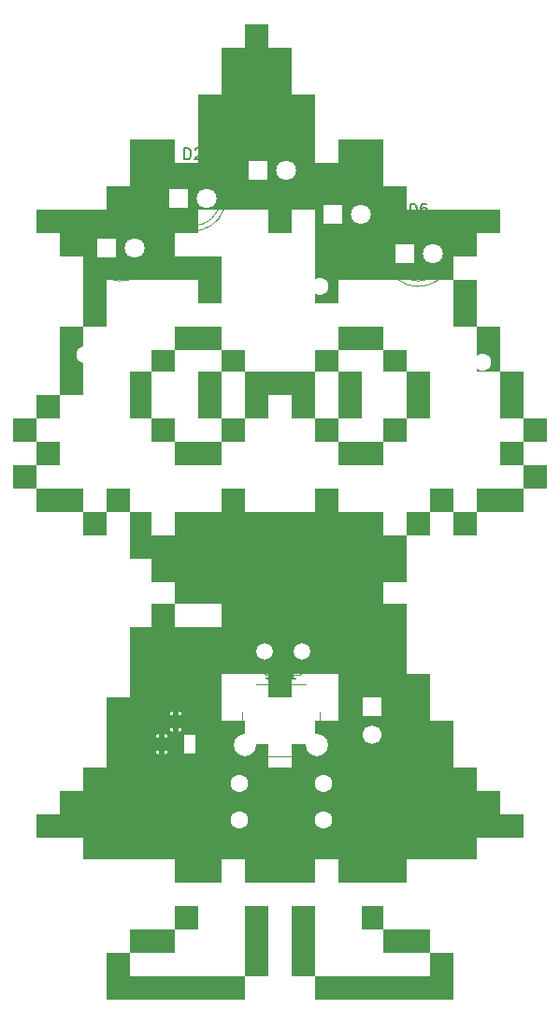
<source format=gto>
G04 #@! TF.GenerationSoftware,KiCad,Pcbnew,9.0.2*
G04 #@! TF.CreationDate,2025-06-14T15:29:11+03:00*
G04 #@! TF.ProjectId,glowsei,676c6f77-7365-4692-9e6b-696361645f70,rev?*
G04 #@! TF.SameCoordinates,Original*
G04 #@! TF.FileFunction,Legend,Top*
G04 #@! TF.FilePolarity,Positive*
%FSLAX46Y46*%
G04 Gerber Fmt 4.6, Leading zero omitted, Abs format (unit mm)*
G04 Created by KiCad (PCBNEW 9.0.2) date 2025-06-14 15:29:11*
%MOMM*%
%LPD*%
G01*
G04 APERTURE LIST*
G04 Aperture macros list*
%AMRoundRect*
0 Rectangle with rounded corners*
0 $1 Rounding radius*
0 $2 $3 $4 $5 $6 $7 $8 $9 X,Y pos of 4 corners*
0 Add a 4 corners polygon primitive as box body*
4,1,4,$2,$3,$4,$5,$6,$7,$8,$9,$2,$3,0*
0 Add four circle primitives for the rounded corners*
1,1,$1+$1,$2,$3*
1,1,$1+$1,$4,$5*
1,1,$1+$1,$6,$7*
1,1,$1+$1,$8,$9*
0 Add four rect primitives between the rounded corners*
20,1,$1+$1,$2,$3,$4,$5,0*
20,1,$1+$1,$4,$5,$6,$7,0*
20,1,$1+$1,$6,$7,$8,$9,0*
20,1,$1+$1,$8,$9,$2,$3,0*%
G04 Aperture macros list end*
%ADD10C,0.150000*%
%ADD11C,0.120000*%
%ADD12C,0.000000*%
%ADD13R,1.800000X1.800000*%
%ADD14C,1.800000*%
%ADD15C,2.000000*%
%ADD16C,1.500000*%
%ADD17C,1.600000*%
%ADD18R,1.100000X1.800000*%
%ADD19RoundRect,0.275000X0.275000X0.625000X-0.275000X0.625000X-0.275000X-0.625000X0.275000X-0.625000X0*%
%ADD20R,1.700000X1.700000*%
%ADD21C,1.700000*%
G04 APERTURE END LIST*
D10*
X151256905Y-61994819D02*
X151256905Y-60994819D01*
X151256905Y-60994819D02*
X151495000Y-60994819D01*
X151495000Y-60994819D02*
X151637857Y-61042438D01*
X151637857Y-61042438D02*
X151733095Y-61137676D01*
X151733095Y-61137676D02*
X151780714Y-61232914D01*
X151780714Y-61232914D02*
X151828333Y-61423390D01*
X151828333Y-61423390D02*
X151828333Y-61566247D01*
X151828333Y-61566247D02*
X151780714Y-61756723D01*
X151780714Y-61756723D02*
X151733095Y-61851961D01*
X151733095Y-61851961D02*
X151637857Y-61947200D01*
X151637857Y-61947200D02*
X151495000Y-61994819D01*
X151495000Y-61994819D02*
X151256905Y-61994819D01*
X152161667Y-60994819D02*
X152780714Y-60994819D01*
X152780714Y-60994819D02*
X152447381Y-61375771D01*
X152447381Y-61375771D02*
X152590238Y-61375771D01*
X152590238Y-61375771D02*
X152685476Y-61423390D01*
X152685476Y-61423390D02*
X152733095Y-61471009D01*
X152733095Y-61471009D02*
X152780714Y-61566247D01*
X152780714Y-61566247D02*
X152780714Y-61804342D01*
X152780714Y-61804342D02*
X152733095Y-61899580D01*
X152733095Y-61899580D02*
X152685476Y-61947200D01*
X152685476Y-61947200D02*
X152590238Y-61994819D01*
X152590238Y-61994819D02*
X152304524Y-61994819D01*
X152304524Y-61994819D02*
X152209286Y-61947200D01*
X152209286Y-61947200D02*
X152161667Y-61899580D01*
X151416667Y-111407200D02*
X151559524Y-111454819D01*
X151559524Y-111454819D02*
X151797619Y-111454819D01*
X151797619Y-111454819D02*
X151892857Y-111407200D01*
X151892857Y-111407200D02*
X151940476Y-111359580D01*
X151940476Y-111359580D02*
X151988095Y-111264342D01*
X151988095Y-111264342D02*
X151988095Y-111169104D01*
X151988095Y-111169104D02*
X151940476Y-111073866D01*
X151940476Y-111073866D02*
X151892857Y-111026247D01*
X151892857Y-111026247D02*
X151797619Y-110978628D01*
X151797619Y-110978628D02*
X151607143Y-110931009D01*
X151607143Y-110931009D02*
X151511905Y-110883390D01*
X151511905Y-110883390D02*
X151464286Y-110835771D01*
X151464286Y-110835771D02*
X151416667Y-110740533D01*
X151416667Y-110740533D02*
X151416667Y-110645295D01*
X151416667Y-110645295D02*
X151464286Y-110550057D01*
X151464286Y-110550057D02*
X151511905Y-110502438D01*
X151511905Y-110502438D02*
X151607143Y-110454819D01*
X151607143Y-110454819D02*
X151845238Y-110454819D01*
X151845238Y-110454819D02*
X151988095Y-110502438D01*
X152321429Y-110454819D02*
X152559524Y-111454819D01*
X152559524Y-111454819D02*
X152750000Y-110740533D01*
X152750000Y-110740533D02*
X152940476Y-111454819D01*
X152940476Y-111454819D02*
X153178572Y-110454819D01*
X154083333Y-111454819D02*
X153511905Y-111454819D01*
X153797619Y-111454819D02*
X153797619Y-110454819D01*
X153797619Y-110454819D02*
X153702381Y-110597676D01*
X153702381Y-110597676D02*
X153607143Y-110692914D01*
X153607143Y-110692914D02*
X153511905Y-110740533D01*
X144031905Y-64494819D02*
X144031905Y-63494819D01*
X144031905Y-63494819D02*
X144270000Y-63494819D01*
X144270000Y-63494819D02*
X144412857Y-63542438D01*
X144412857Y-63542438D02*
X144508095Y-63637676D01*
X144508095Y-63637676D02*
X144555714Y-63732914D01*
X144555714Y-63732914D02*
X144603333Y-63923390D01*
X144603333Y-63923390D02*
X144603333Y-64066247D01*
X144603333Y-64066247D02*
X144555714Y-64256723D01*
X144555714Y-64256723D02*
X144508095Y-64351961D01*
X144508095Y-64351961D02*
X144412857Y-64447200D01*
X144412857Y-64447200D02*
X144270000Y-64494819D01*
X144270000Y-64494819D02*
X144031905Y-64494819D01*
X144984286Y-63590057D02*
X145031905Y-63542438D01*
X145031905Y-63542438D02*
X145127143Y-63494819D01*
X145127143Y-63494819D02*
X145365238Y-63494819D01*
X145365238Y-63494819D02*
X145460476Y-63542438D01*
X145460476Y-63542438D02*
X145508095Y-63590057D01*
X145508095Y-63590057D02*
X145555714Y-63685295D01*
X145555714Y-63685295D02*
X145555714Y-63780533D01*
X145555714Y-63780533D02*
X145508095Y-63923390D01*
X145508095Y-63923390D02*
X144936667Y-64494819D01*
X144936667Y-64494819D02*
X145555714Y-64494819D01*
X152833333Y-106554819D02*
X152500000Y-106078628D01*
X152261905Y-106554819D02*
X152261905Y-105554819D01*
X152261905Y-105554819D02*
X152642857Y-105554819D01*
X152642857Y-105554819D02*
X152738095Y-105602438D01*
X152738095Y-105602438D02*
X152785714Y-105650057D01*
X152785714Y-105650057D02*
X152833333Y-105745295D01*
X152833333Y-105745295D02*
X152833333Y-105888152D01*
X152833333Y-105888152D02*
X152785714Y-105983390D01*
X152785714Y-105983390D02*
X152738095Y-106031009D01*
X152738095Y-106031009D02*
X152642857Y-106078628D01*
X152642857Y-106078628D02*
X152261905Y-106078628D01*
X153214286Y-105650057D02*
X153261905Y-105602438D01*
X153261905Y-105602438D02*
X153357143Y-105554819D01*
X153357143Y-105554819D02*
X153595238Y-105554819D01*
X153595238Y-105554819D02*
X153690476Y-105602438D01*
X153690476Y-105602438D02*
X153738095Y-105650057D01*
X153738095Y-105650057D02*
X153785714Y-105745295D01*
X153785714Y-105745295D02*
X153785714Y-105840533D01*
X153785714Y-105840533D02*
X153738095Y-105983390D01*
X153738095Y-105983390D02*
X153166667Y-106554819D01*
X153166667Y-106554819D02*
X153785714Y-106554819D01*
X164491905Y-69494819D02*
X164491905Y-68494819D01*
X164491905Y-68494819D02*
X164730000Y-68494819D01*
X164730000Y-68494819D02*
X164872857Y-68542438D01*
X164872857Y-68542438D02*
X164968095Y-68637676D01*
X164968095Y-68637676D02*
X165015714Y-68732914D01*
X165015714Y-68732914D02*
X165063333Y-68923390D01*
X165063333Y-68923390D02*
X165063333Y-69066247D01*
X165063333Y-69066247D02*
X165015714Y-69256723D01*
X165015714Y-69256723D02*
X164968095Y-69351961D01*
X164968095Y-69351961D02*
X164872857Y-69447200D01*
X164872857Y-69447200D02*
X164730000Y-69494819D01*
X164730000Y-69494819D02*
X164491905Y-69494819D01*
X165968095Y-68494819D02*
X165491905Y-68494819D01*
X165491905Y-68494819D02*
X165444286Y-68971009D01*
X165444286Y-68971009D02*
X165491905Y-68923390D01*
X165491905Y-68923390D02*
X165587143Y-68875771D01*
X165587143Y-68875771D02*
X165825238Y-68875771D01*
X165825238Y-68875771D02*
X165920476Y-68923390D01*
X165920476Y-68923390D02*
X165968095Y-68971009D01*
X165968095Y-68971009D02*
X166015714Y-69066247D01*
X166015714Y-69066247D02*
X166015714Y-69304342D01*
X166015714Y-69304342D02*
X165968095Y-69399580D01*
X165968095Y-69399580D02*
X165920476Y-69447200D01*
X165920476Y-69447200D02*
X165825238Y-69494819D01*
X165825238Y-69494819D02*
X165587143Y-69494819D01*
X165587143Y-69494819D02*
X165491905Y-69447200D01*
X165491905Y-69447200D02*
X165444286Y-69399580D01*
X137531905Y-68994819D02*
X137531905Y-67994819D01*
X137531905Y-67994819D02*
X137770000Y-67994819D01*
X137770000Y-67994819D02*
X137912857Y-68042438D01*
X137912857Y-68042438D02*
X138008095Y-68137676D01*
X138008095Y-68137676D02*
X138055714Y-68232914D01*
X138055714Y-68232914D02*
X138103333Y-68423390D01*
X138103333Y-68423390D02*
X138103333Y-68566247D01*
X138103333Y-68566247D02*
X138055714Y-68756723D01*
X138055714Y-68756723D02*
X138008095Y-68851961D01*
X138008095Y-68851961D02*
X137912857Y-68947200D01*
X137912857Y-68947200D02*
X137770000Y-68994819D01*
X137770000Y-68994819D02*
X137531905Y-68994819D01*
X139055714Y-68994819D02*
X138484286Y-68994819D01*
X138770000Y-68994819D02*
X138770000Y-67994819D01*
X138770000Y-67994819D02*
X138674762Y-68137676D01*
X138674762Y-68137676D02*
X138579524Y-68232914D01*
X138579524Y-68232914D02*
X138484286Y-68280533D01*
X158031905Y-65994819D02*
X158031905Y-64994819D01*
X158031905Y-64994819D02*
X158270000Y-64994819D01*
X158270000Y-64994819D02*
X158412857Y-65042438D01*
X158412857Y-65042438D02*
X158508095Y-65137676D01*
X158508095Y-65137676D02*
X158555714Y-65232914D01*
X158555714Y-65232914D02*
X158603333Y-65423390D01*
X158603333Y-65423390D02*
X158603333Y-65566247D01*
X158603333Y-65566247D02*
X158555714Y-65756723D01*
X158555714Y-65756723D02*
X158508095Y-65851961D01*
X158508095Y-65851961D02*
X158412857Y-65947200D01*
X158412857Y-65947200D02*
X158270000Y-65994819D01*
X158270000Y-65994819D02*
X158031905Y-65994819D01*
X159460476Y-65328152D02*
X159460476Y-65994819D01*
X159222381Y-64947200D02*
X158984286Y-65661485D01*
X158984286Y-65661485D02*
X159603333Y-65661485D01*
D11*
G04 #@! TO.C,D3*
X149435000Y-63955000D02*
X149435000Y-67045000D01*
X149435000Y-63955170D02*
G75*
G02*
X154985000Y-65500000I2560000J-1544830D01*
G01*
X154985000Y-65500000D02*
G75*
G02*
X149435000Y-67044830I-2990000J0D01*
G01*
X154495000Y-65500000D02*
G75*
G02*
X149495000Y-65500000I-2500000J0D01*
G01*
X149495000Y-65500000D02*
G75*
G02*
X154495000Y-65500000I2500000J0D01*
G01*
G04 #@! TO.C,SW1*
X149250000Y-114500000D02*
X149250000Y-116000000D01*
X150500000Y-118500000D02*
X155000000Y-118500000D01*
X155000000Y-112000000D02*
X150500000Y-112000000D01*
X156250000Y-116000000D02*
X156250000Y-114500000D01*
D12*
G04 #@! TO.C,G\u002A\u002A\u002A*
G36*
X147408333Y-85816667D02*
G01*
X147408333Y-87933334D01*
X146350000Y-87933334D01*
X145291667Y-87933334D01*
X145291667Y-85816667D01*
X145291667Y-83700000D01*
X146350000Y-83700000D01*
X147408333Y-83700000D01*
X147408333Y-85816667D01*
G37*
G36*
X160108333Y-85816667D02*
G01*
X160108333Y-87933334D01*
X159050000Y-87933334D01*
X157991667Y-87933334D01*
X157991667Y-85816667D01*
X157991667Y-83700000D01*
X159050000Y-83700000D01*
X160108333Y-83700000D01*
X160108333Y-85816667D01*
G37*
G36*
X162048611Y-133088889D02*
G01*
X162048611Y-134147223D01*
X161078472Y-134147223D01*
X160108333Y-134147223D01*
X160108333Y-133088889D01*
X160108333Y-132030556D01*
X161078472Y-132030556D01*
X162048611Y-132030556D01*
X162048611Y-133088889D01*
G37*
G36*
X164165278Y-82729861D02*
G01*
X164165278Y-83700000D01*
X163106944Y-83700000D01*
X162048611Y-83700000D01*
X162048611Y-82729861D01*
X162048611Y-81759723D01*
X163106944Y-81759723D01*
X164165278Y-81759723D01*
X164165278Y-82729861D01*
G37*
G36*
X166281944Y-135205556D02*
G01*
X166281944Y-136263889D01*
X164165278Y-136263889D01*
X162048611Y-136263889D01*
X162048611Y-135205556D01*
X162048611Y-134147223D01*
X164165278Y-134147223D01*
X166281944Y-134147223D01*
X166281944Y-135205556D01*
G37*
G36*
X170515278Y-77526389D02*
G01*
X170515278Y-79643056D01*
X169456944Y-79643056D01*
X168398611Y-79643056D01*
X168398611Y-77526389D01*
X168398611Y-75409723D01*
X169456944Y-75409723D01*
X170515278Y-75409723D01*
X170515278Y-77526389D01*
G37*
G36*
X172631944Y-81671528D02*
G01*
X172631944Y-83700000D01*
X171573611Y-83700000D01*
X170515278Y-83700000D01*
X170515278Y-81671528D01*
X170515278Y-79643056D01*
X171573611Y-79643056D01*
X172631944Y-79643056D01*
X172631944Y-81671528D01*
G37*
G36*
X174748611Y-85816667D02*
G01*
X174748611Y-87933334D01*
X173690278Y-87933334D01*
X172631944Y-87933334D01*
X172631944Y-85816667D01*
X172631944Y-83700000D01*
X173690278Y-83700000D01*
X174748611Y-83700000D01*
X174748611Y-85816667D01*
G37*
G36*
X132768056Y-91108334D02*
G01*
X132768056Y-92166667D01*
X131709722Y-92166667D01*
X130651389Y-92166667D01*
X130651389Y-93225000D01*
X130651389Y-94283334D01*
X129593056Y-94283334D01*
X128534722Y-94283334D01*
X128534722Y-93225000D01*
X128534722Y-92166667D01*
X129593056Y-92166667D01*
X130651389Y-92166667D01*
X130651389Y-91108334D01*
X130651389Y-90050000D01*
X131709722Y-90050000D01*
X132768056Y-90050000D01*
X132768056Y-91108334D01*
G37*
G36*
X176865278Y-88991667D02*
G01*
X176865278Y-90050000D01*
X175806945Y-90050000D01*
X174748611Y-90050000D01*
X174748611Y-91108334D01*
X174748611Y-92166667D01*
X173690278Y-92166667D01*
X172631944Y-92166667D01*
X172631944Y-91108334D01*
X172631944Y-90050000D01*
X173690278Y-90050000D01*
X174748611Y-90050000D01*
X174748611Y-88991667D01*
X174748611Y-87933334D01*
X175806945Y-87933334D01*
X176865278Y-87933334D01*
X176865278Y-88991667D01*
G37*
G36*
X155875000Y-135205556D02*
G01*
X155875000Y-138380556D01*
X161078472Y-138380556D01*
X166281944Y-138380556D01*
X166281944Y-137322223D01*
X166281944Y-136263889D01*
X167340278Y-136263889D01*
X168398611Y-136263889D01*
X168398611Y-138380556D01*
X168398611Y-140497223D01*
X162136806Y-140497223D01*
X155875000Y-140497223D01*
X155875000Y-139438889D01*
X155875000Y-138380556D01*
X154816667Y-138380556D01*
X153758333Y-138380556D01*
X153758333Y-135205556D01*
X153758333Y-132030556D01*
X154816667Y-132030556D01*
X155875000Y-132030556D01*
X155875000Y-135205556D01*
G37*
G36*
X134884722Y-95341667D02*
G01*
X134884722Y-96400000D01*
X135943056Y-96400000D01*
X137001389Y-96400000D01*
X137001389Y-95341667D01*
X137001389Y-94283334D01*
X138059722Y-94283334D01*
X139118056Y-94283334D01*
X139118056Y-95341667D01*
X139118056Y-96400000D01*
X138059722Y-96400000D01*
X137001389Y-96400000D01*
X137001389Y-97458334D01*
X137001389Y-98516667D01*
X135943056Y-98516667D01*
X134884722Y-98516667D01*
X134884722Y-97458334D01*
X134884722Y-96400000D01*
X132768056Y-96400000D01*
X130651389Y-96400000D01*
X130651389Y-95341667D01*
X130651389Y-94283334D01*
X132768056Y-94283334D01*
X134884722Y-94283334D01*
X134884722Y-95341667D01*
G37*
G36*
X147408333Y-80701389D02*
G01*
X147408333Y-81759723D01*
X145291667Y-81759723D01*
X143175000Y-81759723D01*
X143175000Y-82729861D01*
X143175000Y-83700000D01*
X142116667Y-83700000D01*
X141058333Y-83700000D01*
X141058333Y-85816667D01*
X141058333Y-87933334D01*
X140088194Y-87933334D01*
X139118056Y-87933334D01*
X139118056Y-85816667D01*
X139118056Y-83700000D01*
X140088194Y-83700000D01*
X141058333Y-83700000D01*
X141058333Y-82729861D01*
X141058333Y-81759723D01*
X142116667Y-81759723D01*
X143175000Y-81759723D01*
X143175000Y-80701389D01*
X143175000Y-79643056D01*
X145291667Y-79643056D01*
X147408333Y-79643056D01*
X147408333Y-80701389D01*
G37*
G36*
X166281944Y-85816667D02*
G01*
X166281944Y-87933334D01*
X165223611Y-87933334D01*
X164165278Y-87933334D01*
X164165278Y-88991667D01*
X164165278Y-90050000D01*
X163106944Y-90050000D01*
X162048611Y-90050000D01*
X162048611Y-91108334D01*
X162048611Y-92166667D01*
X160020139Y-92166667D01*
X157991667Y-92166667D01*
X157991667Y-91108334D01*
X157991667Y-90050000D01*
X156933333Y-90050000D01*
X155875000Y-90050000D01*
X155875000Y-88991667D01*
X155875000Y-87933334D01*
X156933333Y-87933334D01*
X157991667Y-87933334D01*
X157991667Y-88991667D01*
X157991667Y-90050000D01*
X160020139Y-90050000D01*
X162048611Y-90050000D01*
X162048611Y-88991667D01*
X162048611Y-87933334D01*
X163106944Y-87933334D01*
X164165278Y-87933334D01*
X164165278Y-85816667D01*
X164165278Y-83700000D01*
X165223611Y-83700000D01*
X166281944Y-83700000D01*
X166281944Y-85816667D01*
G37*
G36*
X145291667Y-133088889D02*
G01*
X145291667Y-134147223D01*
X144233333Y-134147223D01*
X143175000Y-134147223D01*
X143175000Y-135205556D01*
X143175000Y-136263889D01*
X141146528Y-136263889D01*
X139118056Y-136263889D01*
X139118056Y-137322223D01*
X139118056Y-138380556D01*
X144321528Y-138380556D01*
X149525000Y-138380556D01*
X149525000Y-135205556D01*
X149525000Y-132030556D01*
X150583333Y-132030556D01*
X151641667Y-132030556D01*
X151641667Y-135205556D01*
X151641667Y-138380556D01*
X150583333Y-138380556D01*
X149525000Y-138380556D01*
X149525000Y-139438889D01*
X149525000Y-140497223D01*
X143263195Y-140497223D01*
X137001389Y-140497223D01*
X137001389Y-138380556D01*
X137001389Y-136263889D01*
X138059722Y-136263889D01*
X139118056Y-136263889D01*
X139118056Y-135205556D01*
X139118056Y-134147223D01*
X141146528Y-134147223D01*
X143175000Y-134147223D01*
X143175000Y-133088889D01*
X143175000Y-132030556D01*
X144233333Y-132030556D01*
X145291667Y-132030556D01*
X145291667Y-133088889D01*
G37*
G36*
X162048611Y-80701389D02*
G01*
X162048611Y-81759723D01*
X160020139Y-81759723D01*
X157991667Y-81759723D01*
X157991667Y-82729861D01*
X157991667Y-83700000D01*
X156933333Y-83700000D01*
X155875000Y-83700000D01*
X155875000Y-85816667D01*
X155875000Y-87933334D01*
X154816667Y-87933334D01*
X153758333Y-87933334D01*
X153758333Y-86875000D01*
X153758333Y-85816667D01*
X152700000Y-85816667D01*
X151641667Y-85816667D01*
X151641667Y-86875000D01*
X151641667Y-87933334D01*
X150583333Y-87933334D01*
X149525000Y-87933334D01*
X149525000Y-88991667D01*
X149525000Y-90050000D01*
X148466667Y-90050000D01*
X147408333Y-90050000D01*
X147408333Y-91108334D01*
X147408333Y-92166667D01*
X145291667Y-92166667D01*
X143175000Y-92166667D01*
X143175000Y-91108334D01*
X143175000Y-90050000D01*
X142116667Y-90050000D01*
X141058333Y-90050000D01*
X141058333Y-88991667D01*
X141058333Y-87933334D01*
X142116667Y-87933334D01*
X143175000Y-87933334D01*
X143175000Y-88991667D01*
X143175000Y-90050000D01*
X145291667Y-90050000D01*
X147408333Y-90050000D01*
X147408333Y-88991667D01*
X147408333Y-87933334D01*
X148466667Y-87933334D01*
X149525000Y-87933334D01*
X149525000Y-85816667D01*
X149525000Y-83700000D01*
X148466667Y-83700000D01*
X147408333Y-83700000D01*
X147408333Y-82729861D01*
X147408333Y-81759723D01*
X148466667Y-81759723D01*
X149525000Y-81759723D01*
X149525000Y-82729861D01*
X149525000Y-83700000D01*
X152700000Y-83700000D01*
X155875000Y-83700000D01*
X155875000Y-82729861D01*
X155875000Y-81759723D01*
X156933333Y-81759723D01*
X157991667Y-81759723D01*
X157991667Y-80701389D01*
X157991667Y-79643056D01*
X160020139Y-79643056D01*
X162048611Y-79643056D01*
X162048611Y-80701389D01*
G37*
G36*
X151641667Y-53361112D02*
G01*
X151641667Y-54419445D01*
X152700000Y-54419445D01*
X153758333Y-54419445D01*
X153758333Y-56536112D01*
X153758333Y-58652778D01*
X154816667Y-58652778D01*
X155875000Y-58652778D01*
X155875000Y-61739584D01*
X155875000Y-64826389D01*
X156933333Y-64826389D01*
X157991667Y-64826389D01*
X157991667Y-63768056D01*
X157991667Y-62709723D01*
X160020139Y-62709723D01*
X162048611Y-62709723D01*
X162048611Y-64826389D01*
X162048611Y-66943056D01*
X163106944Y-66943056D01*
X164165278Y-66943056D01*
X164165278Y-68001389D01*
X164165278Y-69059723D01*
X168398611Y-69059723D01*
X172631944Y-69059723D01*
X172631944Y-70118056D01*
X172631944Y-71176389D01*
X171573611Y-71176389D01*
X170515278Y-71176389D01*
X170515278Y-72234723D01*
X170515278Y-73293056D01*
X169456944Y-73293056D01*
X168398611Y-73293056D01*
X168398611Y-74351389D01*
X168398611Y-75409723D01*
X163195139Y-75409723D01*
X157991667Y-75409723D01*
X157991667Y-76468056D01*
X157991667Y-77526389D01*
X156933333Y-77526389D01*
X155875000Y-77526389D01*
X155875000Y-73293056D01*
X155875000Y-69059723D01*
X154816667Y-69059723D01*
X153758333Y-69059723D01*
X153758333Y-70118056D01*
X153758333Y-71176389D01*
X152700000Y-71176389D01*
X151641667Y-71176389D01*
X151641667Y-70118056D01*
X151641667Y-69059723D01*
X148466667Y-69059723D01*
X145291667Y-69059723D01*
X145291667Y-70118056D01*
X145291667Y-71176389D01*
X144233333Y-71176389D01*
X143175000Y-71176389D01*
X143175000Y-72234723D01*
X143175000Y-73293056D01*
X145291667Y-73293056D01*
X147408333Y-73293056D01*
X147408333Y-75409723D01*
X147408333Y-77526389D01*
X146350000Y-77526389D01*
X145291667Y-77526389D01*
X145291667Y-76468056D01*
X145291667Y-75409723D01*
X141146528Y-75409723D01*
X137001389Y-75409723D01*
X137001389Y-77526389D01*
X137001389Y-79643056D01*
X135943056Y-79643056D01*
X134884722Y-79643056D01*
X134884722Y-82729861D01*
X134884722Y-85816667D01*
X133826389Y-85816667D01*
X132768056Y-85816667D01*
X132768056Y-86875000D01*
X132768056Y-87933334D01*
X131709722Y-87933334D01*
X130651389Y-87933334D01*
X130651389Y-88991667D01*
X130651389Y-90050000D01*
X129593056Y-90050000D01*
X128534722Y-90050000D01*
X128534722Y-88991667D01*
X128534722Y-87933334D01*
X129593056Y-87933334D01*
X130651389Y-87933334D01*
X130651389Y-86875000D01*
X130651389Y-85816667D01*
X131709722Y-85816667D01*
X132768056Y-85816667D01*
X132768056Y-82729861D01*
X132768056Y-79643056D01*
X133826389Y-79643056D01*
X134884722Y-79643056D01*
X134884722Y-76468056D01*
X134884722Y-73293056D01*
X133826389Y-73293056D01*
X132768056Y-73293056D01*
X132768056Y-72234723D01*
X132768056Y-71176389D01*
X131709722Y-71176389D01*
X130651389Y-71176389D01*
X130651389Y-70118056D01*
X130651389Y-69059723D01*
X133826389Y-69059723D01*
X137001389Y-69059723D01*
X137001389Y-68001389D01*
X137001389Y-66943056D01*
X138059722Y-66943056D01*
X139118056Y-66943056D01*
X139118056Y-64826389D01*
X139118056Y-62709723D01*
X141146528Y-62709723D01*
X143175000Y-62709723D01*
X143175000Y-63768056D01*
X143175000Y-64826389D01*
X144233333Y-64826389D01*
X145291667Y-64826389D01*
X145291667Y-61739584D01*
X145291667Y-58652778D01*
X146350000Y-58652778D01*
X147408333Y-58652778D01*
X147408333Y-56536112D01*
X147408333Y-54419445D01*
X148466667Y-54419445D01*
X149525000Y-54419445D01*
X149525000Y-53361112D01*
X149525000Y-52302778D01*
X150583333Y-52302778D01*
X151641667Y-52302778D01*
X151641667Y-53361112D01*
G37*
G36*
X176865278Y-93225000D02*
G01*
X176865278Y-94283334D01*
X175806945Y-94283334D01*
X174748611Y-94283334D01*
X174748611Y-95341667D01*
X174748611Y-96400000D01*
X172631944Y-96400000D01*
X170515278Y-96400000D01*
X170515278Y-97458334D01*
X170515278Y-98516667D01*
X169456944Y-98516667D01*
X168398611Y-98516667D01*
X168398611Y-97458334D01*
X168398611Y-96400000D01*
X167340278Y-96400000D01*
X166281944Y-96400000D01*
X166281944Y-97458334D01*
X166281944Y-98516667D01*
X165223611Y-98516667D01*
X164165278Y-98516667D01*
X164165278Y-100633334D01*
X164165278Y-102750000D01*
X163106944Y-102750000D01*
X162048611Y-102750000D01*
X162048611Y-103720139D01*
X162048611Y-104690278D01*
X163106944Y-104690278D01*
X164165278Y-104690278D01*
X164165278Y-107865278D01*
X164165278Y-111040278D01*
X165223611Y-111040278D01*
X166281944Y-111040278D01*
X166281944Y-113156945D01*
X166281944Y-115273611D01*
X167340278Y-115273611D01*
X168398611Y-115273611D01*
X168398611Y-117390278D01*
X168398611Y-119506945D01*
X169456944Y-119506945D01*
X170515278Y-119506945D01*
X170515278Y-120565278D01*
X170515278Y-121623612D01*
X171573611Y-121623612D01*
X172631944Y-121623612D01*
X172631944Y-122681945D01*
X172631944Y-123740278D01*
X173690278Y-123740278D01*
X174748611Y-123740278D01*
X174748611Y-124798612D01*
X174748611Y-125856945D01*
X172631944Y-125856945D01*
X170515278Y-125856945D01*
X170515278Y-126827084D01*
X170515278Y-127797223D01*
X167340278Y-127797223D01*
X164165278Y-127797223D01*
X164165278Y-128855556D01*
X164165278Y-129913889D01*
X161078472Y-129913889D01*
X157991667Y-129913889D01*
X157991667Y-128855556D01*
X157991667Y-127797223D01*
X156933333Y-127797223D01*
X155875000Y-127797223D01*
X155875000Y-128855556D01*
X155875000Y-129913889D01*
X152700000Y-129913889D01*
X149525000Y-129913889D01*
X149525000Y-128855556D01*
X149525000Y-127797223D01*
X148466667Y-127797223D01*
X147408333Y-127797223D01*
X147408333Y-128855556D01*
X147408333Y-129913889D01*
X145291667Y-129913889D01*
X143175000Y-129913889D01*
X143175000Y-128855556D01*
X143175000Y-127797223D01*
X139029861Y-127797223D01*
X134884722Y-127797223D01*
X134884722Y-126827084D01*
X134884722Y-125856945D01*
X132768056Y-125856945D01*
X130651389Y-125856945D01*
X130651389Y-124798612D01*
X130651389Y-123740278D01*
X131709722Y-123740278D01*
X132768056Y-123740278D01*
X132768056Y-122681945D01*
X132768056Y-121623612D01*
X133826389Y-121623612D01*
X134884722Y-121623612D01*
X134884722Y-120565278D01*
X134884722Y-119506945D01*
X135943056Y-119506945D01*
X137001389Y-119506945D01*
X137001389Y-116331945D01*
X137001389Y-115273611D01*
X147408333Y-115273611D01*
X148466667Y-115273611D01*
X149525000Y-115273611D01*
X149525000Y-116331945D01*
X149525000Y-117390278D01*
X150583333Y-117390278D01*
X151641667Y-117390278D01*
X151641667Y-118448612D01*
X151641667Y-119506945D01*
X152700000Y-119506945D01*
X153758333Y-119506945D01*
X153758333Y-118448612D01*
X153758333Y-117390278D01*
X154816667Y-117390278D01*
X155875000Y-117390278D01*
X155875000Y-116331945D01*
X155875000Y-115273611D01*
X156933333Y-115273611D01*
X157991667Y-115273611D01*
X157991667Y-113156945D01*
X157991667Y-111040278D01*
X155875000Y-111040278D01*
X153758333Y-111040278D01*
X153758333Y-112098611D01*
X153758333Y-113156945D01*
X152700000Y-113156945D01*
X151641667Y-113156945D01*
X151641667Y-112098611D01*
X151641667Y-111040278D01*
X149525000Y-111040278D01*
X147408333Y-111040278D01*
X147408333Y-113156945D01*
X147408333Y-115273611D01*
X137001389Y-115273611D01*
X137001389Y-113156945D01*
X138059722Y-113156945D01*
X139118056Y-113156945D01*
X139118056Y-109981945D01*
X139118056Y-106806945D01*
X140088194Y-106806945D01*
X141058333Y-106806945D01*
X143175000Y-106806945D01*
X145291667Y-106806945D01*
X147408333Y-106806945D01*
X147408333Y-105748611D01*
X147408333Y-104690278D01*
X145291667Y-104690278D01*
X143175000Y-104690278D01*
X143175000Y-105748611D01*
X143175000Y-106806945D01*
X141058333Y-106806945D01*
X141058333Y-105748611D01*
X141058333Y-104690278D01*
X142116667Y-104690278D01*
X143175000Y-104690278D01*
X143175000Y-103720139D01*
X143175000Y-102750000D01*
X142116667Y-102750000D01*
X141058333Y-102750000D01*
X141058333Y-101691667D01*
X141058333Y-100633334D01*
X140088194Y-100633334D01*
X139118056Y-100633334D01*
X139118056Y-98516667D01*
X139118056Y-96400000D01*
X140088194Y-96400000D01*
X141058333Y-96400000D01*
X141058333Y-97458334D01*
X141058333Y-98516667D01*
X142116667Y-98516667D01*
X143175000Y-98516667D01*
X143175000Y-97458334D01*
X143175000Y-96400000D01*
X145291667Y-96400000D01*
X147408333Y-96400000D01*
X147408333Y-95341667D01*
X147408333Y-94283334D01*
X148466667Y-94283334D01*
X149525000Y-94283334D01*
X149525000Y-95341667D01*
X149525000Y-96400000D01*
X152700000Y-96400000D01*
X155875000Y-96400000D01*
X155875000Y-95341667D01*
X155875000Y-94283334D01*
X156933333Y-94283334D01*
X157991667Y-94283334D01*
X157991667Y-95341667D01*
X157991667Y-96400000D01*
X160020139Y-96400000D01*
X162048611Y-96400000D01*
X162048611Y-97458334D01*
X162048611Y-98516667D01*
X163106944Y-98516667D01*
X164165278Y-98516667D01*
X164165278Y-97458334D01*
X164165278Y-96400000D01*
X165223611Y-96400000D01*
X166281944Y-96400000D01*
X166281944Y-95341667D01*
X166281944Y-94283334D01*
X167340278Y-94283334D01*
X168398611Y-94283334D01*
X168398611Y-95341667D01*
X168398611Y-96400000D01*
X169456944Y-96400000D01*
X170515278Y-96400000D01*
X170515278Y-95341667D01*
X170515278Y-94283334D01*
X172631944Y-94283334D01*
X174748611Y-94283334D01*
X174748611Y-93225000D01*
X174748611Y-92166667D01*
X175806945Y-92166667D01*
X176865278Y-92166667D01*
X176865278Y-93225000D01*
G37*
D11*
G04 #@! TO.C,D2*
X142210000Y-66455000D02*
X142210000Y-69545000D01*
X142210000Y-66455170D02*
G75*
G02*
X147760000Y-68000000I2560000J-1544830D01*
G01*
X147760000Y-68000000D02*
G75*
G02*
X142210000Y-69544830I-2990000J0D01*
G01*
X147270000Y-68000000D02*
G75*
G02*
X142270000Y-68000000I-2500000J0D01*
G01*
X142270000Y-68000000D02*
G75*
G02*
X147270000Y-68000000I2500000J0D01*
G01*
G04 #@! TO.C,R2*
X151450000Y-106850000D02*
X154500000Y-106850000D01*
X151450000Y-111150000D02*
X154500000Y-111150000D01*
X151450000Y-111150000D02*
G75*
G02*
X151471766Y-106834475I1550000J2150000D01*
G01*
X154500000Y-106850000D02*
G75*
G02*
X154544513Y-111118249I-1500000J-2150000D01*
G01*
G04 #@! TO.C,D5*
X162670000Y-71455000D02*
X162670000Y-74545000D01*
X162670000Y-71455170D02*
G75*
G02*
X168220000Y-73000000I2560000J-1544830D01*
G01*
X168220000Y-73000000D02*
G75*
G02*
X162670000Y-74544830I-2990000J0D01*
G01*
X167730000Y-73000000D02*
G75*
G02*
X162730000Y-73000000I-2500000J0D01*
G01*
X162730000Y-73000000D02*
G75*
G02*
X167730000Y-73000000I2500000J0D01*
G01*
G04 #@! TO.C,D1*
X135710000Y-70955000D02*
X135710000Y-74045000D01*
X135710000Y-70955170D02*
G75*
G02*
X141260000Y-72500000I2560000J-1544830D01*
G01*
X141260000Y-72500000D02*
G75*
G02*
X135710000Y-74044830I-2990000J0D01*
G01*
X140770000Y-72500000D02*
G75*
G02*
X135770000Y-72500000I-2500000J0D01*
G01*
X135770000Y-72500000D02*
G75*
G02*
X140770000Y-72500000I2500000J0D01*
G01*
G04 #@! TO.C,D4*
X156210000Y-67955000D02*
X156210000Y-71045000D01*
X156210000Y-67955170D02*
G75*
G02*
X161760000Y-69500000I2560000J-1544830D01*
G01*
X161760000Y-69500000D02*
G75*
G02*
X156210000Y-71044830I-2990000J0D01*
G01*
X161270000Y-69500000D02*
G75*
G02*
X156270000Y-69500000I-2500000J0D01*
G01*
X156270000Y-69500000D02*
G75*
G02*
X161270000Y-69500000I2500000J0D01*
G01*
G04 #@! TD*
%LPC*%
D13*
G04 #@! TO.C,D3*
X150725000Y-65500000D03*
D14*
X153265000Y-65500000D03*
G04 #@! TD*
D15*
G04 #@! TO.C,SW1*
X149500000Y-113000000D03*
X156000000Y-113000000D03*
X149500000Y-117500000D03*
X156000000Y-117500000D03*
G04 #@! TD*
D13*
G04 #@! TO.C,D2*
X143500000Y-68000000D03*
D14*
X146040000Y-68000000D03*
G04 #@! TD*
D16*
G04 #@! TO.C,R2*
X151300000Y-109000000D03*
X154700000Y-109000000D03*
G04 #@! TD*
D13*
G04 #@! TO.C,D5*
X163960000Y-73000000D03*
D14*
X166500000Y-73000000D03*
G04 #@! TD*
D13*
G04 #@! TO.C,D1*
X137000000Y-72500000D03*
D14*
X139540000Y-72500000D03*
G04 #@! TD*
D13*
G04 #@! TO.C,D4*
X157500000Y-69500000D03*
D14*
X160040000Y-69500000D03*
G04 #@! TD*
D17*
G04 #@! TO.C,R8*
X171000000Y-90500000D03*
X171000000Y-82880000D03*
G04 #@! TD*
G04 #@! TO.C,R3*
X156650000Y-124250000D03*
X149030000Y-124250000D03*
G04 #@! TD*
G04 #@! TO.C,R4*
X156650000Y-120950000D03*
X149030000Y-120950000D03*
G04 #@! TD*
G04 #@! TO.C,R7*
X167500000Y-90500000D03*
X167500000Y-82880000D03*
G04 #@! TD*
G04 #@! TO.C,R6*
X148690000Y-76000000D03*
X156310000Y-76000000D03*
G04 #@! TD*
G04 #@! TO.C,R5*
X138500000Y-89810000D03*
X138500000Y-82190000D03*
G04 #@! TD*
G04 #@! TO.C,R1*
X135000000Y-89810000D03*
X135000000Y-82190000D03*
G04 #@! TD*
D18*
G04 #@! TO.C,Q1*
X144540000Y-117400000D03*
D19*
X143270000Y-115330000D03*
X142000000Y-117400000D03*
G04 #@! TD*
D20*
G04 #@! TO.C,M1*
X161000000Y-114000000D03*
D21*
X161000000Y-116540000D03*
G04 #@! TD*
%LPD*%
M02*

</source>
